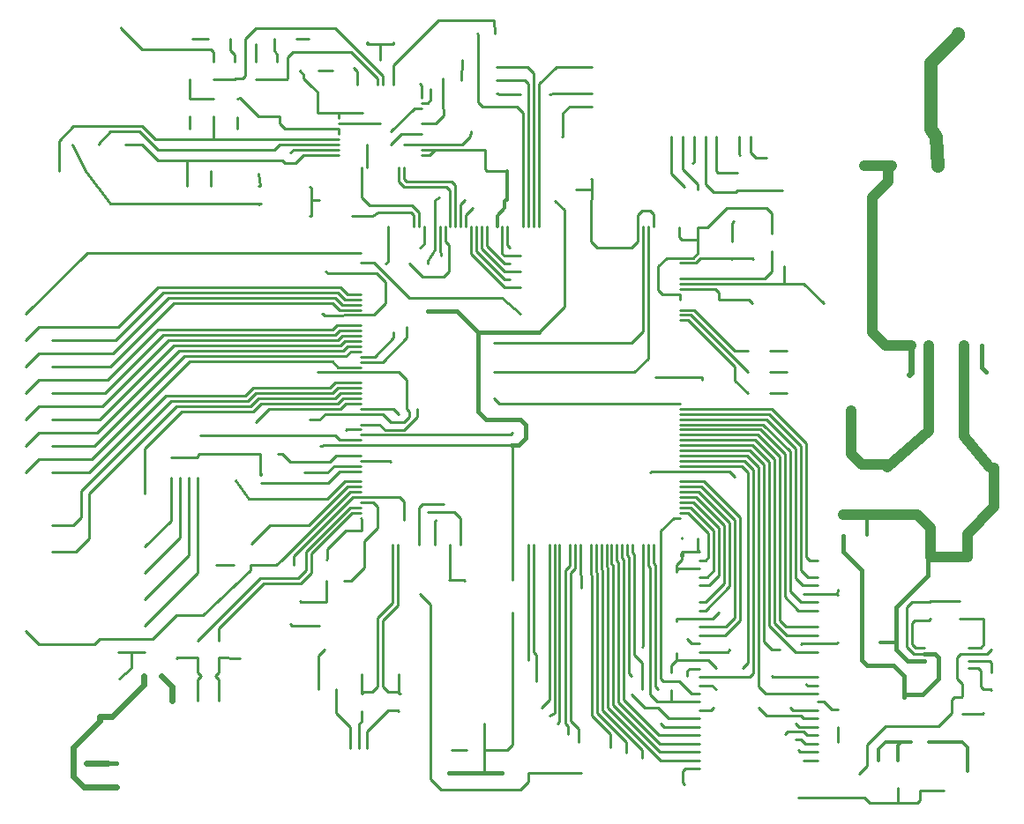
<source format=gbr>
G04 EAGLE Gerber RS-274X export*
G75*
%MOMM*%
%FSLAX34Y34*%
%LPD*%
%INTop Copper*%
%IPPOS*%
%AMOC8*
5,1,8,0,0,1.08239X$1,22.5*%
G01*
%ADD10C,0.254000*%
%ADD11C,0.304800*%
%ADD12C,1.016000*%
%ADD13C,0.406400*%
%ADD14C,0.609600*%
%ADD15C,1.270000*%


D10*
X727960Y133100D02*
X735680Y133100D01*
X727960Y133100D02*
X716280Y144780D01*
X701040Y144780D01*
X698500Y147320D01*
X698500Y289560D01*
X710700Y301760D02*
X716880Y301760D01*
X710700Y301760D02*
X698500Y289560D01*
X735680Y141100D02*
X747900Y141100D01*
X751840Y137160D01*
X691380Y258580D02*
X691380Y276260D01*
X691380Y258580D02*
X693420Y256540D01*
X693420Y139700D01*
X695960Y137160D01*
X716880Y356760D02*
X778620Y356760D01*
X787400Y347980D01*
X787400Y152400D01*
X784100Y149100D02*
X735680Y149100D01*
X784100Y149100D02*
X787400Y152400D01*
X576380Y172920D02*
X576380Y276260D01*
X576380Y172920D02*
X579120Y170180D01*
X735680Y117100D02*
X747020Y117100D01*
X749300Y119380D01*
X579120Y144780D02*
X579120Y170180D01*
X706240Y109100D02*
X735680Y109100D01*
X706240Y109100D02*
X695960Y119380D01*
X683260Y119380D01*
X670560Y132080D01*
X571380Y165220D02*
X571380Y276260D01*
X571380Y165220D02*
X571500Y165100D01*
X410880Y336760D02*
X395180Y336760D01*
X378460Y320040D01*
X350520Y320040D01*
X303140Y320040D01*
X290440Y337820D01*
X397800Y331760D02*
X410880Y331760D01*
X360680Y294640D02*
X350520Y294640D01*
X360680Y294640D02*
X397800Y331760D01*
X350520Y294640D02*
X323460Y294640D01*
X305680Y276860D01*
X716880Y521760D02*
X750780Y521760D01*
X754380Y518160D01*
X754380Y511420D01*
X782710Y511420D01*
X786130Y508000D01*
X817880Y526760D02*
X716880Y526760D01*
X817880Y526760D02*
X835950Y526760D01*
X854710Y508000D01*
X817000Y527640D02*
X817000Y543560D01*
X817000Y527640D02*
X817880Y526760D01*
X410880Y306760D02*
X402400Y306760D01*
X274320Y195580D02*
X274320Y183760D01*
X274320Y195580D02*
X317500Y238760D01*
X353060Y238760D01*
X363220Y248920D01*
X363220Y267580D01*
X402400Y306760D01*
X400660Y311760D02*
X410880Y311760D01*
X314080Y243840D02*
X254000Y183760D01*
X314080Y243840D02*
X350520Y243840D01*
X358140Y251460D01*
X358140Y269240D01*
X400660Y311760D01*
X396520Y411760D02*
X410880Y411760D01*
X396520Y411760D02*
X391160Y406400D01*
X245300Y340770D02*
X245300Y324040D01*
X309880Y393700D02*
X322580Y406400D01*
X391160Y406400D01*
X245300Y324040D02*
X245300Y265620D01*
X203200Y223520D01*
X410880Y406760D02*
X441600Y406760D01*
X447040Y401320D01*
X237300Y340770D02*
X237300Y316040D01*
X237300Y283020D01*
X203200Y248920D01*
X464820Y398780D02*
X464820Y406400D01*
X228350Y340770D02*
X228350Y322330D01*
X228350Y299470D01*
X203200Y274320D01*
X410880Y391760D02*
X428660Y391760D01*
X434340Y386080D01*
X452120Y386080D01*
X464820Y398780D01*
X686380Y276260D02*
X686380Y255960D01*
X688340Y254000D01*
X695320Y125100D02*
X708660Y125100D01*
X735680Y125100D01*
X695320Y125100D02*
X688340Y132080D01*
X688340Y254000D01*
X708660Y136280D02*
X708660Y125100D01*
X716880Y361760D02*
X781240Y361760D01*
X799080Y133100D02*
X849280Y133100D01*
X799080Y133100D02*
X792480Y139700D01*
X792480Y350520D01*
X781240Y361760D01*
X521380Y558120D02*
X521380Y582260D01*
X521380Y558120D02*
X548640Y530860D01*
X553720Y530860D01*
X708406Y632714D02*
X708406Y668020D01*
X708406Y632714D02*
X721360Y619760D01*
X274193Y146567D02*
X274193Y126238D01*
X274193Y146567D02*
X270900Y149860D01*
X274320Y153280D02*
X274320Y166760D01*
X274320Y153280D02*
X270900Y149860D01*
X274320Y166760D02*
X274320Y167640D01*
X294640Y166760D01*
X441380Y220400D02*
X441380Y276260D01*
X441380Y220400D02*
X426720Y205740D01*
X426720Y139700D01*
X421640Y134620D01*
X413140Y134620D01*
X411480Y132960D01*
X411480Y151520D01*
X447040Y132960D02*
X448700Y132960D01*
X446380Y217780D02*
X446380Y276260D01*
X446380Y217780D02*
X431800Y203200D01*
X431800Y139700D01*
X436880Y134620D01*
X446160Y134620D01*
X447040Y132960D01*
X447040Y151520D01*
X408560Y103760D02*
X408560Y80880D01*
X408560Y103760D02*
X411480Y106680D01*
X411480Y115960D01*
X416560Y96520D02*
X416560Y80880D01*
X416560Y96520D02*
X436880Y116840D01*
X446160Y116840D01*
X447040Y115960D01*
X400560Y100700D02*
X400560Y80880D01*
X400560Y100700D02*
X386960Y114300D01*
X386960Y137160D01*
X410880Y546760D02*
X423520Y546760D01*
X457200Y513080D01*
X546100Y513080D01*
X563880Y497840D01*
X369960Y160020D02*
X369960Y137160D01*
X369960Y160020D02*
X369960Y169300D01*
X375920Y175260D01*
X728220Y181100D02*
X735680Y181100D01*
X728220Y181100D02*
X723900Y185420D01*
X718820Y281940D02*
X718820Y282820D01*
X526380Y560740D02*
X526380Y582260D01*
X526380Y560740D02*
X548640Y538480D01*
X563880Y538480D01*
X784860Y652780D02*
X784860Y668020D01*
X784860Y652780D02*
X789940Y647700D01*
X800100Y647700D01*
X767080Y585080D02*
X767080Y567300D01*
X767080Y585080D02*
X768740Y586740D01*
X732180Y546760D02*
X716880Y546760D01*
X732180Y546760D02*
X736600Y551180D01*
X766200Y551180D02*
X767080Y550300D01*
X767080Y551180D01*
X736600Y551180D01*
X767080Y551180D02*
X786520Y551180D01*
X787400Y550300D01*
X539360Y767080D02*
X538480Y779780D01*
X481360Y655680D02*
X469260Y655680D01*
X481360Y655680D02*
X529980Y655320D01*
X531740Y635000D02*
X551180Y635000D01*
X481380Y607500D02*
X481380Y582260D01*
X481380Y607500D02*
X486020Y609600D01*
X441760Y718180D02*
X441760Y736400D01*
X485140Y779780D01*
X538480Y779780D01*
D11*
X549520Y607060D02*
X551180Y607060D01*
X551180Y635000D01*
X541380Y592180D02*
X541380Y582260D01*
X541380Y592180D02*
X548640Y599440D01*
X548640Y606180D01*
X549520Y607060D01*
D10*
X631380Y606860D02*
X631380Y582260D01*
X631380Y606860D02*
X631580Y607060D01*
X631580Y627380D02*
X632460Y627380D01*
X632460Y617220D02*
X632460Y607940D01*
X632460Y617220D02*
X632460Y627380D01*
X632460Y607940D02*
X631580Y607060D01*
X410880Y496760D02*
X377380Y496380D01*
X374260Y497840D02*
X373380Y497840D01*
X388420Y441760D02*
X410880Y441760D01*
X388420Y441760D02*
X373380Y441960D01*
X369180Y441960D01*
X376360Y401760D02*
X410880Y401760D01*
X376360Y401760D02*
X370840Y396240D01*
X361560Y396240D01*
X378460Y262500D02*
X377580Y261620D01*
X378460Y262500D02*
X378460Y271780D01*
X396240Y289560D01*
X411480Y289560D01*
X411480Y301160D01*
X410880Y301760D01*
X190500Y172720D02*
X177800Y172720D01*
X190500Y172720D02*
X203200Y172720D01*
X716880Y436760D02*
X738260Y436760D01*
X738260Y434340D01*
X410880Y536760D02*
X379340Y536760D01*
X376800Y538480D01*
X496380Y276260D02*
X496380Y242180D01*
X495300Y242180D01*
X254250Y360270D02*
X245300Y360270D01*
X237300Y360270D02*
X228350Y360270D01*
X237300Y360270D02*
X245300Y360270D01*
X849280Y229100D02*
X867800Y229100D01*
X868680Y232800D01*
X735680Y269100D02*
X718820Y269100D01*
X722380Y61100D02*
X735680Y61100D01*
X722380Y61100D02*
X719700Y58420D01*
X713980Y205100D02*
X735680Y205100D01*
X713980Y205100D02*
X713740Y202320D01*
X849280Y181100D02*
X867040Y181100D01*
X868680Y182000D01*
X190500Y157480D02*
X178680Y147320D01*
X190500Y157480D02*
X190500Y172720D01*
X716880Y346760D02*
X764100Y346760D01*
X769620Y341240D01*
X622300Y246380D02*
X622300Y234560D01*
X622300Y246380D02*
X621380Y247300D01*
X621380Y276260D01*
X867800Y229100D02*
X868680Y228220D01*
X719700Y58420D02*
X719700Y47380D01*
X721360Y45720D01*
X716880Y436760D02*
X693540Y436760D01*
X693420Y436880D01*
X481380Y560120D02*
X481380Y582260D01*
X481380Y560120D02*
X474980Y548640D01*
X474980Y546100D01*
X423100Y496760D02*
X410880Y496760D01*
X423100Y496760D02*
X434340Y508000D01*
X434340Y523240D01*
X425900Y536760D02*
X410880Y536760D01*
X425900Y536760D02*
X434340Y528320D01*
X434340Y523240D01*
X314960Y344860D02*
X314960Y342900D01*
X314080Y342900D01*
X314080Y363220D01*
X302260Y363220D01*
X254660Y363220D01*
X254250Y360270D01*
X410880Y401760D02*
X431360Y401760D01*
X436880Y396240D01*
X439420Y393700D01*
X452120Y393700D01*
X457200Y398780D01*
X457200Y403860D01*
X454660Y406400D01*
X454660Y434340D01*
X447040Y441960D01*
X426720Y441960D01*
X426520Y441760D02*
X410880Y441760D01*
X426520Y441760D02*
X426720Y441960D01*
X313700Y621040D02*
X312420Y621040D01*
X313700Y621040D02*
X312420Y632460D01*
X292100Y675640D02*
X292100Y687060D01*
X689660Y346760D02*
X716880Y346760D01*
X689660Y346760D02*
X688340Y345440D01*
X734060Y281940D02*
X734060Y270720D01*
X735680Y269100D01*
X735680Y205100D02*
X748660Y205100D01*
X754380Y210820D01*
X377380Y496380D02*
X375720Y496380D01*
X374260Y497840D01*
X497840Y78740D02*
X512200Y78740D01*
X676380Y567160D02*
X676380Y582260D01*
X676380Y567160D02*
X670560Y561340D01*
X637540Y561340D01*
X631380Y567500D01*
X631380Y582260D01*
X632460Y617220D02*
X617220Y617220D01*
X263820Y762000D02*
X248920Y762000D01*
X348320Y762000D02*
X360680Y762000D01*
X741172Y668020D02*
X741172Y622808D01*
X749300Y614680D01*
X770500Y614680D01*
X772160Y616340D01*
X815340Y616340D01*
X529980Y636760D02*
X529980Y655320D01*
X529980Y636760D02*
X531740Y635000D01*
X476360Y650680D02*
X469260Y650680D01*
X476360Y650680D02*
X481360Y655680D01*
X496380Y242180D02*
X509660Y242180D01*
X510540Y241300D01*
X691380Y582260D02*
X691380Y593860D01*
X688340Y596900D01*
X680720Y596900D01*
X676380Y592560D02*
X676380Y582260D01*
X676380Y592560D02*
X680720Y596900D01*
X713740Y165100D02*
X735680Y165100D01*
X713740Y165100D02*
X713740Y171840D01*
X713740Y165100D02*
X708660Y160020D01*
X708660Y153280D01*
X713740Y249800D02*
X713740Y256540D01*
X718820Y261620D01*
X718820Y265820D01*
X718820Y266700D02*
X718820Y269100D01*
X714500Y253100D02*
X735680Y253100D01*
X714500Y253100D02*
X713740Y249800D01*
X833880Y181100D02*
X849280Y181100D01*
X833880Y181100D02*
X833120Y180340D01*
X836160Y229100D02*
X849280Y229100D01*
X836160Y229100D02*
X835660Y228600D01*
X744220Y165100D02*
X735680Y165100D01*
X744220Y165100D02*
X751840Y157480D01*
D12*
X989838Y379962D02*
X989838Y467868D01*
X989838Y379962D02*
X1014200Y350520D01*
X992840Y264160D02*
X957340Y264160D01*
X992840Y264160D02*
X992840Y286720D01*
X1018540Y312420D01*
X1018540Y349780D01*
X1014200Y350520D01*
X944880Y304800D02*
X899160Y304800D01*
X873760Y304800D01*
X944880Y304800D02*
X957580Y292100D01*
X957580Y264400D01*
X957340Y264160D01*
D13*
X951370Y164390D02*
X935430Y164390D01*
X924560Y175260D01*
X924560Y180340D01*
X924560Y215900D01*
X955040Y246380D01*
X955040Y261860D01*
X957340Y264160D01*
D10*
X632740Y709930D02*
X595630Y709930D01*
X591820Y708660D01*
D11*
X909320Y182000D02*
X922900Y182000D01*
X924560Y180340D01*
X896620Y285360D02*
X896620Y302260D01*
X899160Y304800D01*
D13*
X718820Y266700D02*
X718820Y265820D01*
D10*
X606380Y582260D02*
X606380Y597880D01*
X596900Y606180D01*
X410880Y371760D02*
X375000Y371760D01*
X373380Y370840D01*
X371720Y370840D01*
X556380Y276260D02*
X556380Y242180D01*
X556260Y242180D01*
X555340Y371760D02*
X410880Y371760D01*
X555340Y371760D02*
X556260Y370840D01*
X556260Y276380D01*
X556380Y276260D01*
X606380Y504780D02*
X606380Y582260D01*
X606380Y504780D02*
X581660Y480060D01*
X704160Y551760D02*
X716880Y551760D01*
X704160Y551760D02*
X695960Y543560D01*
X716880Y516760D02*
X716880Y511760D01*
X716880Y516760D02*
X699900Y516760D01*
X695960Y520700D01*
X695960Y543560D01*
X461380Y592720D02*
X458860Y595240D01*
X461380Y592720D02*
X461380Y582260D01*
X458860Y595240D02*
X427600Y595240D01*
X421640Y591820D01*
X402200Y591820D01*
X941630Y170890D02*
X951370Y170890D01*
X941630Y170890D02*
X934720Y177800D01*
X934720Y215900D01*
X939800Y220980D01*
X956700Y220980D01*
X957580Y221860D01*
X985520Y221860D01*
D13*
X961950Y170890D02*
X951370Y170890D01*
X961950Y170890D02*
X965200Y167640D01*
X949960Y132080D02*
X932180Y132080D01*
X949960Y132080D02*
X965200Y147320D01*
X965200Y167640D01*
D10*
X716280Y571500D02*
X716280Y580780D01*
X716280Y571500D02*
X718820Y568960D01*
X734060Y568960D01*
X734060Y556260D01*
X729560Y551760D01*
X716880Y551760D01*
X734060Y568960D02*
X734060Y580780D01*
X743340Y580780D01*
X762000Y599440D01*
X800100Y599440D01*
X805180Y594360D01*
X805180Y574920D01*
D13*
X932180Y149860D02*
X932180Y132080D01*
X932180Y129540D01*
X932180Y149860D02*
X922020Y160020D01*
X896620Y160020D01*
X891540Y165100D01*
X891540Y251460D01*
X873760Y269240D01*
X873760Y284480D01*
X581660Y480060D02*
X523240Y480060D01*
X502920Y500380D01*
X474980Y500380D01*
X555340Y371760D02*
X562260Y371760D01*
X568960Y378460D01*
X568960Y391160D01*
X563880Y396240D01*
X530860Y396240D01*
X523240Y403860D01*
X523240Y480060D01*
X931940Y132080D02*
X932180Y132080D01*
D14*
X202320Y141360D02*
X202320Y149860D01*
X202320Y141360D02*
X171840Y110880D01*
X160020Y110880D01*
X160020Y106680D01*
X134620Y81280D01*
X134620Y53340D01*
X144780Y43180D01*
X176280Y43180D01*
X229235Y126238D02*
X229235Y139945D01*
X219320Y149860D01*
D10*
X571500Y57150D02*
X622300Y57150D01*
X571500Y57150D02*
X571500Y48260D01*
X563880Y40640D01*
X487680Y40640D01*
X477520Y50800D01*
X477520Y218440D01*
X467360Y228600D01*
X447860Y321760D02*
X410880Y321760D01*
X452120Y317500D02*
X452120Y299720D01*
X452120Y317500D02*
X447860Y321760D01*
X346320Y265040D02*
X346320Y256540D01*
X346320Y265040D02*
X403040Y321760D01*
X410880Y321760D01*
X716880Y351760D02*
X776000Y351760D01*
X782320Y162560D02*
X777240Y157480D01*
X839340Y141100D02*
X849280Y141100D01*
X839340Y141100D02*
X838200Y142240D01*
X782320Y162560D02*
X782320Y345440D01*
X776000Y351760D01*
X666380Y276260D02*
X666380Y265800D01*
X668020Y264160D01*
X668020Y152400D01*
X670560Y149860D01*
X723900Y149860D02*
X723900Y154940D01*
X726060Y157100D01*
X735680Y157100D01*
X735680Y93100D02*
X696840Y93100D01*
X662940Y127000D01*
X662940Y261620D01*
X661380Y263180D02*
X661380Y276260D01*
X661380Y263180D02*
X662940Y261620D01*
X697220Y85100D02*
X735680Y85100D01*
X697220Y85100D02*
X657860Y124460D01*
X657860Y259080D01*
X656380Y260560D02*
X656380Y276260D01*
X656380Y260560D02*
X657860Y259080D01*
X697600Y77100D02*
X735680Y77100D01*
X697600Y77100D02*
X652780Y121920D01*
X652780Y256540D01*
X651380Y257940D02*
X651380Y276260D01*
X651380Y257940D02*
X652780Y256540D01*
X697980Y69100D02*
X735680Y69100D01*
X697980Y69100D02*
X647700Y119380D01*
X647700Y254000D01*
X646380Y255320D02*
X646380Y276260D01*
X646380Y255320D02*
X647700Y254000D01*
X641380Y252700D02*
X641380Y276260D01*
X641380Y252700D02*
X642620Y251460D01*
X642620Y116840D01*
X680720Y78740D02*
X680720Y71120D01*
X680720Y78740D02*
X642620Y116840D01*
X836180Y69100D02*
X849280Y69100D01*
X836180Y69100D02*
X835660Y68580D01*
X636380Y250080D02*
X636380Y276260D01*
X636380Y250080D02*
X637540Y248920D01*
X637540Y114300D01*
X665480Y86360D02*
X665480Y76200D01*
X665480Y86360D02*
X637540Y114300D01*
X832220Y77100D02*
X849280Y77100D01*
X832220Y77100D02*
X830580Y78740D01*
X631380Y247460D02*
X631380Y276260D01*
X631380Y247460D02*
X632460Y246380D01*
X632460Y111760D01*
X650240Y93980D01*
X650240Y81280D01*
X836920Y85100D02*
X849280Y85100D01*
X836920Y85100D02*
X833120Y88900D01*
X828040Y88900D01*
X619760Y99060D02*
X612140Y106680D01*
X612140Y248920D01*
X616380Y253160D01*
X616380Y276260D01*
X619760Y99060D02*
X619760Y86360D01*
X839080Y93100D02*
X849280Y93100D01*
X839080Y93100D02*
X835660Y96520D01*
X820420Y96520D01*
X817880Y93980D01*
X609600Y101600D02*
X607060Y104140D01*
X607060Y251460D01*
X611380Y255780D01*
X611380Y276260D01*
X609600Y101600D02*
X609600Y93980D01*
X831080Y101100D02*
X849280Y101100D01*
X831080Y101100D02*
X828040Y104140D01*
X671380Y268420D02*
X671380Y276260D01*
X671380Y268420D02*
X673100Y266700D01*
X673100Y170180D01*
X680720Y162560D01*
X680720Y137160D01*
X835780Y109100D02*
X849280Y109100D01*
X835780Y109100D02*
X833120Y111760D01*
X800100Y111760D01*
X792480Y119380D01*
X735680Y101100D02*
X701540Y101100D01*
X698500Y104140D01*
X601380Y106080D02*
X601380Y276260D01*
X601380Y106080D02*
X599440Y104140D01*
X596380Y114820D02*
X596380Y276260D01*
X596380Y114820D02*
X591820Y111760D01*
X825240Y117100D02*
X849280Y117100D01*
X825240Y117100D02*
X822960Y119380D01*
X591380Y127440D02*
X591380Y276260D01*
X591380Y127440D02*
X584200Y119380D01*
X868680Y100720D02*
X868680Y86360D01*
X868680Y117720D02*
X862720Y117720D01*
X855340Y125100D02*
X849280Y125100D01*
X855340Y125100D02*
X862720Y117720D01*
X798460Y531760D02*
X716880Y531760D01*
X798460Y531760D02*
X805180Y538480D01*
X805180Y557920D01*
X288680Y256540D02*
X271780Y256540D01*
X410880Y356760D02*
X438260Y356760D01*
X439420Y355600D01*
X410880Y346760D02*
X389940Y346760D01*
X379040Y335860D02*
X314960Y335860D01*
X379040Y335860D02*
X389940Y346760D01*
X571380Y582260D02*
X571380Y713620D01*
X571500Y718820D01*
X567690Y722630D01*
X540740Y722630D01*
X566380Y690920D02*
X566380Y582260D01*
X566380Y690920D02*
X560070Y697230D01*
X540740Y697230D01*
X523240Y766200D02*
X522360Y767080D01*
X523240Y766200D02*
X523240Y701040D01*
X527050Y697230D01*
X540740Y697230D01*
X681380Y276260D02*
X681380Y178460D01*
X680720Y177800D01*
X805940Y149100D02*
X849280Y149100D01*
X805940Y149100D02*
X805180Y149860D01*
X632740Y697230D02*
X610870Y697230D01*
X604520Y690880D01*
X604520Y668600D01*
X603940Y668020D01*
X406760Y718180D02*
X406760Y731160D01*
X403860Y734060D01*
X529200Y104140D02*
X529200Y78740D01*
X529200Y57150D01*
X556260Y83820D02*
X556260Y210820D01*
X556260Y83820D02*
X551180Y78740D01*
X529200Y78740D01*
X544550Y708660D02*
X540740Y709930D01*
X544550Y708660D02*
X563880Y708660D01*
X554480Y381760D02*
X410880Y381760D01*
X554480Y381760D02*
X556260Y383540D01*
D13*
X529200Y57150D02*
X495300Y57150D01*
X529200Y57150D02*
X546100Y57150D01*
D10*
X411760Y632180D02*
X411760Y638180D01*
X419100Y601980D02*
X459740Y601980D01*
X419100Y601980D02*
X411480Y609600D01*
X411760Y632180D01*
X459740Y601980D02*
X466380Y595340D01*
X466380Y582260D01*
X469260Y660680D02*
X508280Y660680D01*
X515620Y668020D01*
X516500Y673100D01*
X486380Y582260D02*
X486380Y560100D01*
X487680Y553720D01*
X469260Y660680D02*
X452400Y660680D01*
X452120Y660400D01*
X501380Y621300D02*
X501380Y582260D01*
X501380Y621300D02*
X497480Y625200D01*
X454300Y625200D01*
X451760Y627740D01*
X451760Y638180D01*
X446760Y638180D02*
X446760Y625120D01*
X452120Y619760D01*
X492760Y619760D01*
X496380Y616140D01*
X496380Y582260D01*
X469260Y670680D02*
X449700Y670680D01*
X439420Y660400D01*
X471380Y582260D02*
X471380Y564940D01*
X467360Y561340D01*
X469260Y695680D02*
X462000Y695680D01*
X439420Y673100D01*
X457200Y546100D02*
X469900Y533400D01*
X490220Y533400D01*
X491380Y567800D02*
X491380Y582260D01*
X491380Y567800D02*
X495300Y563880D01*
X495300Y538480D02*
X490220Y533400D01*
X495300Y538480D02*
X495300Y563880D01*
X511380Y582260D02*
X511380Y592660D01*
X518160Y599440D01*
X477520Y703580D02*
X477520Y713740D01*
X474620Y700680D02*
X469260Y700680D01*
X474620Y700680D02*
X477520Y703580D01*
X469260Y705680D02*
X469260Y716920D01*
X467360Y718820D01*
X506380Y602900D02*
X506380Y582260D01*
X506380Y602900D02*
X510540Y607060D01*
X516380Y582260D02*
X516380Y555500D01*
X548640Y523240D01*
X563880Y523240D01*
X719328Y637032D02*
X719328Y668020D01*
X719328Y637032D02*
X734060Y622300D01*
X734060Y617220D01*
X531380Y582260D02*
X531380Y563360D01*
X548640Y546100D01*
X553720Y546100D01*
X752094Y642874D02*
X752094Y668020D01*
X752094Y642874D02*
X751840Y635000D01*
X753500Y633340D02*
X772160Y633340D01*
X753500Y633340D02*
X751840Y635000D01*
X551380Y582260D02*
X551380Y563680D01*
X553720Y561340D01*
X773938Y651002D02*
X773938Y668020D01*
X773938Y651002D02*
X774700Y650240D01*
X546380Y582260D02*
X546380Y555980D01*
X548640Y553720D02*
X563880Y553720D01*
X548640Y553720D02*
X546380Y555980D01*
X730250Y643890D02*
X730250Y668020D01*
X730250Y643890D02*
X728980Y642620D01*
X269240Y704460D02*
X246380Y704460D01*
X246380Y723020D01*
X120650Y664210D02*
X120650Y635000D01*
X120650Y664210D02*
X134620Y678180D01*
X200660Y678180D01*
X213160Y665680D02*
X269240Y665680D01*
X389260Y665680D01*
X213160Y665680D02*
X200660Y678180D01*
X269240Y687460D02*
X269240Y665680D01*
X158750Y661670D02*
X158750Y660400D01*
X158750Y661670D02*
X170180Y673100D01*
X198120Y673100D01*
X246380Y675640D02*
X246380Y687460D01*
X333020Y660680D02*
X389260Y660680D01*
X333020Y660680D02*
X327660Y655320D01*
X264160Y655320D01*
X215900Y655320D01*
X198120Y673100D01*
X266700Y635000D02*
X266700Y620640D01*
X345800Y655680D02*
X389260Y655680D01*
X345800Y655680D02*
X342900Y652780D01*
X200660Y660400D02*
X184150Y660400D01*
X200660Y660400D02*
X215900Y645160D01*
X243840Y645160D01*
X335280Y645160D01*
X337820Y642620D01*
X347980Y642620D01*
X355600Y650240D01*
X388820Y650240D01*
X389260Y650680D01*
X243840Y645160D02*
X243840Y620640D01*
X146050Y635000D02*
X133350Y660400D01*
X169790Y603640D02*
X243840Y603640D01*
X169790Y603640D02*
X146050Y635000D01*
X243840Y603640D02*
X266700Y603640D01*
X289560Y603640D01*
X314560Y603640D01*
X312420Y603240D01*
X180340Y772160D02*
X180340Y772922D01*
X180340Y772160D02*
X200660Y751840D01*
X266700Y751840D01*
X269240Y749300D01*
X269240Y740020D01*
X309880Y723020D02*
X330200Y723020D01*
X339480Y723020D01*
X340360Y723900D01*
X340360Y744220D01*
X345440Y749300D01*
X426760Y723860D02*
X426760Y718180D01*
X401320Y749300D02*
X345440Y749300D01*
X401320Y749300D02*
X426760Y723860D01*
X289560Y723020D02*
X269240Y723020D01*
X431760Y726480D02*
X431760Y718180D01*
X431760Y726480D02*
X386080Y772160D01*
X309880Y772160D01*
X299720Y762000D01*
X299720Y726440D01*
X297180Y723900D01*
X290440Y723900D01*
X289560Y723020D01*
X389260Y680680D02*
X424180Y680680D01*
X429260Y680720D01*
X441960Y756920D02*
X441960Y758580D01*
X416560Y758580D02*
X416560Y756920D01*
X383540Y731520D02*
X369580Y731520D01*
X506740Y723900D02*
X506740Y722620D01*
X508000Y741680D01*
X429260Y756920D02*
X418220Y756920D01*
X429260Y756920D02*
X441960Y756920D01*
X418220Y756920D02*
X416560Y758580D01*
X429260Y756920D02*
X429260Y741680D01*
X369180Y711200D02*
X369180Y690880D01*
X389260Y690680D02*
X389260Y685680D01*
X389260Y690680D02*
X412360Y690680D01*
X369180Y690880D01*
X369180Y711200D02*
X363220Y716280D01*
X355600Y723900D01*
X355600Y727700D01*
X351780Y731520D01*
X488940Y723900D02*
X489340Y701040D01*
X482560Y680680D02*
X469260Y680680D01*
X482560Y680680D02*
X490220Y688340D01*
X489340Y701040D01*
X389260Y675680D02*
X389260Y670680D01*
X332740Y687460D02*
X312420Y687460D01*
X294640Y705240D01*
X292100Y704860D01*
X337780Y675680D02*
X389260Y675680D01*
X337780Y675680D02*
X332740Y680720D01*
X332740Y687460D01*
X335280Y363220D02*
X342900Y355600D01*
X381000Y355600D01*
X387160Y361760D01*
X410880Y361760D01*
X335280Y363220D02*
X331080Y363220D01*
X356480Y345440D02*
X378460Y345440D01*
X384780Y351760D01*
X410880Y351760D01*
X289560Y740020D02*
X289560Y746760D01*
X284820Y751500D01*
X284820Y762000D01*
X330200Y746760D02*
X330200Y740020D01*
X330200Y746760D02*
X327320Y751500D01*
X327320Y762000D01*
X309880Y756920D02*
X309880Y740020D01*
X361560Y591820D02*
X363220Y591820D01*
X363220Y607060D01*
X370840Y607060D01*
X416760Y638180D02*
X416760Y644960D01*
X416560Y660400D01*
X363220Y618880D02*
X363220Y607060D01*
X363220Y618880D02*
X361560Y619760D01*
X716880Y491760D02*
X724900Y491760D01*
X769620Y447040D01*
X769620Y434000D01*
X781980Y421640D01*
X730140Y501760D02*
X716880Y501760D01*
X730140Y501760D02*
X769620Y462280D01*
X781980Y462280D01*
X802980Y462280D02*
X819540Y462280D01*
X819540Y441960D02*
X802980Y441960D01*
X802980Y421640D02*
X819540Y421640D01*
X101600Y180340D02*
X88900Y193040D01*
X101600Y180340D02*
X154940Y180340D01*
X160020Y185420D01*
X210820Y185420D01*
X226060Y200660D01*
X233680Y208280D01*
X259080Y208280D01*
X304800Y251460D01*
X304800Y256540D01*
X305680Y256540D02*
X329320Y256540D01*
X330200Y256540D01*
X330200Y257420D01*
X329320Y256540D01*
X334400Y260740D01*
X400420Y326760D01*
X410880Y326760D01*
X947420Y39760D02*
X970280Y39760D01*
X926440Y42880D02*
X926440Y36220D01*
X944880Y27940D02*
X947420Y30480D01*
X947420Y39760D01*
X305680Y256540D02*
X304800Y256540D01*
X830580Y33020D02*
X894080Y33020D01*
X899160Y27940D01*
X926440Y27940D01*
X926440Y42880D01*
X926440Y27940D02*
X944880Y27940D01*
D11*
X993140Y58420D02*
X993140Y81280D01*
X988060Y86360D01*
X955920Y86360D01*
X907440Y79400D02*
X907440Y68880D01*
X907440Y79400D02*
X914400Y86360D01*
X929640Y86360D01*
X938920Y86360D01*
X926440Y83160D02*
X926440Y68880D01*
X926440Y83160D02*
X929640Y86360D01*
D10*
X576380Y582260D02*
X576580Y582460D01*
X576580Y728980D01*
X570230Y735330D01*
X540740Y735330D01*
X581660Y582540D02*
X581380Y582260D01*
X581660Y582540D02*
X581660Y718820D01*
X598170Y735330D01*
X632740Y735330D01*
X177800Y485140D02*
X101600Y485140D01*
X177800Y485140D02*
X215900Y523240D01*
X391160Y523240D01*
X397640Y516760D01*
X410880Y516760D01*
X101600Y485140D02*
X88900Y472440D01*
X220980Y518160D02*
X388620Y518160D01*
X395020Y511760D01*
X410880Y511760D01*
X175260Y472440D02*
X114300Y472440D01*
X175260Y472440D02*
X220980Y518160D01*
X226060Y513080D02*
X386080Y513080D01*
X392400Y506760D01*
X410880Y506760D01*
X172720Y459740D02*
X101600Y459740D01*
X172720Y459740D02*
X226060Y513080D01*
X101600Y459740D02*
X88900Y447040D01*
X114300Y447040D02*
X170180Y447040D01*
X231140Y508000D02*
X383540Y508000D01*
X389780Y501760D01*
X410880Y501760D01*
X231140Y508000D02*
X170180Y447040D01*
X167640Y434340D02*
X101600Y434340D01*
X88900Y421640D01*
X167640Y434340D02*
X215900Y482600D01*
X387700Y486760D02*
X410880Y486760D01*
X387700Y486760D02*
X383540Y482600D01*
X215900Y482600D01*
X390320Y481760D02*
X410880Y481760D01*
X390320Y481760D02*
X386080Y477520D01*
X220980Y477520D01*
X165100Y421640D02*
X114300Y421640D01*
X165100Y421640D02*
X220980Y477520D01*
X162560Y408940D02*
X101600Y408940D01*
X88900Y396240D01*
X392940Y476760D02*
X410880Y476760D01*
X392940Y476760D02*
X388620Y472440D01*
X226060Y472440D01*
X162560Y408940D01*
X395560Y471760D02*
X410880Y471760D01*
X395560Y471760D02*
X391160Y467360D01*
X160020Y396240D02*
X114300Y396240D01*
X160020Y396240D02*
X231140Y467360D01*
X391160Y467360D01*
X157480Y383540D02*
X101600Y383540D01*
X88900Y370840D01*
X157480Y383540D02*
X236220Y462280D01*
X398180Y466760D02*
X410880Y466760D01*
X398180Y466760D02*
X393700Y462280D01*
X236220Y462280D01*
X154940Y370840D02*
X114300Y370840D01*
X154940Y370840D02*
X241300Y457200D01*
X400800Y461760D02*
X410880Y461760D01*
X400800Y461760D02*
X396240Y457200D01*
X241300Y457200D01*
X410880Y456760D02*
X423740Y456760D01*
X441960Y474980D01*
X441960Y480060D01*
X431440Y451760D02*
X410880Y451760D01*
X431440Y451760D02*
X454660Y474980D01*
X454660Y485140D01*
X686380Y455240D02*
X686380Y582260D01*
X686380Y455240D02*
X673100Y441960D01*
X538480Y441960D01*
X681380Y480720D02*
X681380Y582260D01*
X681380Y480720D02*
X670560Y469900D01*
X538480Y469900D01*
X481380Y298400D02*
X481380Y276260D01*
X481380Y298400D02*
X482600Y299720D01*
X474980Y307340D02*
X500380Y307340D01*
X506380Y301340D02*
X506380Y276260D01*
X506380Y301340D02*
X500380Y307340D01*
X490220Y314960D02*
X469900Y314960D01*
X466380Y311440D02*
X466380Y276260D01*
X466380Y311440D02*
X469900Y314960D01*
X543280Y411760D02*
X716880Y411760D01*
X543280Y411760D02*
X538480Y416560D01*
X410880Y556760D02*
X147820Y556760D01*
X88900Y497840D01*
X436380Y548140D02*
X436380Y582260D01*
X436380Y548140D02*
X434340Y546100D01*
X410880Y386760D02*
X396920Y386760D01*
X396240Y386080D01*
X254250Y249170D02*
X203200Y198120D01*
X254250Y249170D02*
X254250Y317500D01*
X254250Y340770D01*
X152400Y358140D02*
X101600Y358140D01*
X88900Y345440D01*
X152400Y358140D02*
X246380Y452120D01*
X383540Y452120D01*
X388900Y446760D01*
X410880Y446760D01*
X410880Y431760D02*
X386040Y431760D01*
X381000Y426720D01*
X299720Y419100D02*
X223520Y419100D01*
X299720Y419100D02*
X307340Y426720D01*
X381000Y426720D01*
X149860Y345440D02*
X114300Y345440D01*
X149860Y345440D02*
X223520Y419100D01*
X134620Y294640D02*
X114300Y294640D01*
X134620Y294640D02*
X142240Y302260D01*
X142240Y327660D01*
X388660Y426760D02*
X410880Y426760D01*
X388660Y426760D02*
X383540Y421640D01*
X302260Y414020D02*
X228600Y414020D01*
X302260Y414020D02*
X309880Y421640D01*
X383540Y421640D01*
X228600Y414020D02*
X142240Y327660D01*
X137160Y269240D02*
X114300Y269240D01*
X137160Y269240D02*
X149860Y281940D01*
X149860Y325120D01*
X391280Y421760D02*
X410880Y421760D01*
X391280Y421760D02*
X386080Y416560D01*
X304800Y408940D02*
X233680Y408940D01*
X304800Y408940D02*
X312420Y416560D01*
X386080Y416560D01*
X233680Y408940D02*
X149860Y325120D01*
X390320Y376760D02*
X410880Y376760D01*
X390320Y376760D02*
X386080Y381000D01*
X256540Y381000D01*
X393900Y416760D02*
X410880Y416760D01*
X393900Y416760D02*
X388620Y411480D01*
X307340Y403860D02*
X238760Y403860D01*
X307340Y403860D02*
X314960Y411480D01*
X388620Y411480D01*
X203200Y368300D02*
X203200Y325120D01*
X203200Y368300D02*
X238760Y403860D01*
X716880Y496760D02*
X727180Y496760D01*
X781980Y441960D01*
X401320Y241300D02*
X394580Y241300D01*
X401320Y241300D02*
X414020Y254000D01*
X414020Y279400D01*
X426720Y292100D01*
X426720Y312420D01*
X422380Y316760D01*
X410880Y316760D01*
X986230Y170890D02*
X994270Y170890D01*
X986230Y170890D02*
X982980Y167640D01*
X982980Y147320D01*
X988060Y142240D01*
X988060Y130420D01*
D13*
X1006856Y446024D02*
X1006856Y467868D01*
X1006856Y446024D02*
X1010920Y441960D01*
D10*
X1011630Y170890D02*
X994270Y170890D01*
X1011630Y170890D02*
X1016000Y175260D01*
X344600Y198120D02*
X342900Y199820D01*
X344600Y198120D02*
X370840Y198120D01*
X889000Y55880D02*
X896620Y63500D01*
X896620Y83820D01*
X914400Y101600D01*
X965200Y101600D01*
X977900Y114300D01*
X977900Y127000D01*
X980440Y129540D01*
X987180Y129540D01*
X988060Y130420D01*
X353240Y220980D02*
X352400Y221820D01*
X353240Y220980D02*
X377580Y220980D01*
X377580Y241300D01*
D15*
X984100Y765660D02*
X984100Y767080D01*
X984100Y765660D02*
X957580Y739140D01*
X957580Y675640D01*
X962660Y668020D01*
X964340Y640080D01*
D12*
X955802Y467868D02*
X955802Y385042D01*
X916200Y350520D01*
X881380Y363220D02*
X881380Y404720D01*
X881380Y363220D02*
X891540Y353060D01*
X918740Y353060D01*
X916200Y350520D01*
D10*
X994270Y164390D02*
X1014170Y164390D01*
X1016000Y162560D01*
X1016000Y153280D01*
X1002890Y157890D02*
X994270Y157890D01*
X1002890Y157890D02*
X1005840Y154940D01*
X1005840Y139700D01*
X1008380Y137160D01*
X1015120Y137160D01*
X1016000Y136280D01*
X1008380Y204860D02*
X985520Y204860D01*
X994270Y177390D02*
X1005430Y177390D01*
X1008380Y180340D01*
X1008380Y204860D01*
X951370Y177390D02*
X942750Y177390D01*
X939800Y180340D01*
X939800Y200660D01*
X942340Y203200D01*
X955920Y203200D01*
X957580Y204860D01*
X741160Y261100D02*
X735680Y261100D01*
X741160Y261100D02*
X744220Y264160D01*
X724480Y306760D02*
X716880Y306760D01*
X744220Y287020D02*
X744220Y264160D01*
X744220Y287020D02*
X724480Y306760D01*
X841260Y261100D02*
X849280Y261100D01*
X841260Y261100D02*
X838200Y264160D01*
X804820Y406760D02*
X716880Y406760D01*
X838200Y373380D02*
X838200Y264160D01*
X838200Y373380D02*
X804820Y406760D01*
X839480Y245100D02*
X849280Y245100D01*
X839480Y245100D02*
X833120Y251460D01*
X802200Y401760D02*
X716880Y401760D01*
X833120Y370840D02*
X833120Y251460D01*
X833120Y370840D02*
X802200Y401760D01*
X834780Y237100D02*
X849280Y237100D01*
X834780Y237100D02*
X828040Y243840D01*
X799580Y396760D02*
X716880Y396760D01*
X828040Y368300D02*
X828040Y243840D01*
X828040Y368300D02*
X799580Y396760D01*
X833000Y221100D02*
X849280Y221100D01*
X833000Y221100D02*
X822960Y231140D01*
X796960Y391760D02*
X716880Y391760D01*
X822960Y365760D02*
X822960Y231140D01*
X822960Y365760D02*
X796960Y391760D01*
X830840Y213100D02*
X849280Y213100D01*
X830840Y213100D02*
X817880Y226060D01*
X794340Y386760D02*
X716880Y386760D01*
X817880Y363220D02*
X817880Y226060D01*
X817880Y363220D02*
X794340Y386760D01*
X818900Y197100D02*
X849280Y197100D01*
X818900Y197100D02*
X812800Y203200D01*
X791720Y381760D02*
X716880Y381760D01*
X812800Y360680D02*
X812800Y203200D01*
X812800Y360680D02*
X791720Y381760D01*
X819280Y189100D02*
X849280Y189100D01*
X819280Y189100D02*
X807720Y200660D01*
X789100Y376760D02*
X716880Y376760D01*
X807720Y358140D02*
X807720Y200660D01*
X807720Y358140D02*
X789100Y376760D01*
X827660Y173100D02*
X849280Y173100D01*
X827660Y173100D02*
X802640Y198120D01*
X786480Y371760D02*
X716880Y371760D01*
X802640Y355600D02*
X802640Y198120D01*
X802640Y355600D02*
X786480Y371760D01*
X783860Y366760D02*
X716880Y366760D01*
X783860Y366760D02*
X797560Y353060D01*
X805180Y175260D02*
X812800Y175260D01*
X805180Y175260D02*
X797560Y182880D01*
X797560Y353060D01*
X762380Y173100D02*
X735680Y173100D01*
X762380Y173100D02*
X764540Y175260D01*
X760600Y189100D02*
X735680Y189100D01*
X760600Y189100D02*
X774700Y203200D01*
X740200Y336760D02*
X716880Y336760D01*
X774700Y302260D02*
X774700Y203200D01*
X774700Y302260D02*
X740200Y336760D01*
X735680Y197100D02*
X760980Y197100D01*
X769620Y205740D01*
X737580Y331760D02*
X716880Y331760D01*
X769620Y299720D02*
X769620Y205740D01*
X769620Y299720D02*
X737580Y331760D01*
X735680Y213100D02*
X741420Y213100D01*
X764540Y236220D01*
X734960Y326760D02*
X716880Y326760D01*
X764540Y297180D02*
X764540Y236220D01*
X764540Y297180D02*
X734960Y326760D01*
X735680Y221100D02*
X741800Y221100D01*
X759460Y238760D01*
X732340Y321760D02*
X716880Y321760D01*
X759460Y294640D02*
X759460Y238760D01*
X759460Y294640D02*
X732340Y321760D01*
X735680Y237100D02*
X745100Y237100D01*
X754380Y246380D01*
X729720Y316760D02*
X716880Y316760D01*
X754380Y292100D02*
X754380Y246380D01*
X754380Y292100D02*
X729720Y316760D01*
X735680Y245100D02*
X742940Y245100D01*
X749300Y251460D01*
X727100Y311760D02*
X716880Y311760D01*
X749300Y289560D02*
X749300Y251460D01*
X749300Y289560D02*
X727100Y311760D01*
X254127Y146567D02*
X254127Y126238D01*
X254127Y146567D02*
X257420Y149860D01*
X254000Y153280D02*
X254000Y166760D01*
X254000Y153280D02*
X257420Y149860D01*
X254000Y166760D02*
X254000Y167640D01*
X234560Y167640D01*
X233680Y166760D01*
D12*
X893840Y640080D02*
X920340Y640080D01*
X913892Y467868D02*
X938784Y467868D01*
X913892Y467868D02*
X901700Y480060D01*
X901700Y609600D01*
X916940Y624840D01*
X916940Y636680D01*
X920340Y640080D01*
D10*
X988060Y113420D02*
X1007500Y113420D01*
X1008380Y114300D01*
D14*
X938784Y440944D02*
X938784Y467868D01*
X938784Y440944D02*
X937260Y439420D01*
X167640Y66040D02*
X147320Y66040D01*
D13*
X147320Y66180D02*
X176280Y66180D01*
X147320Y66040D02*
X147320Y66180D01*
M02*

</source>
